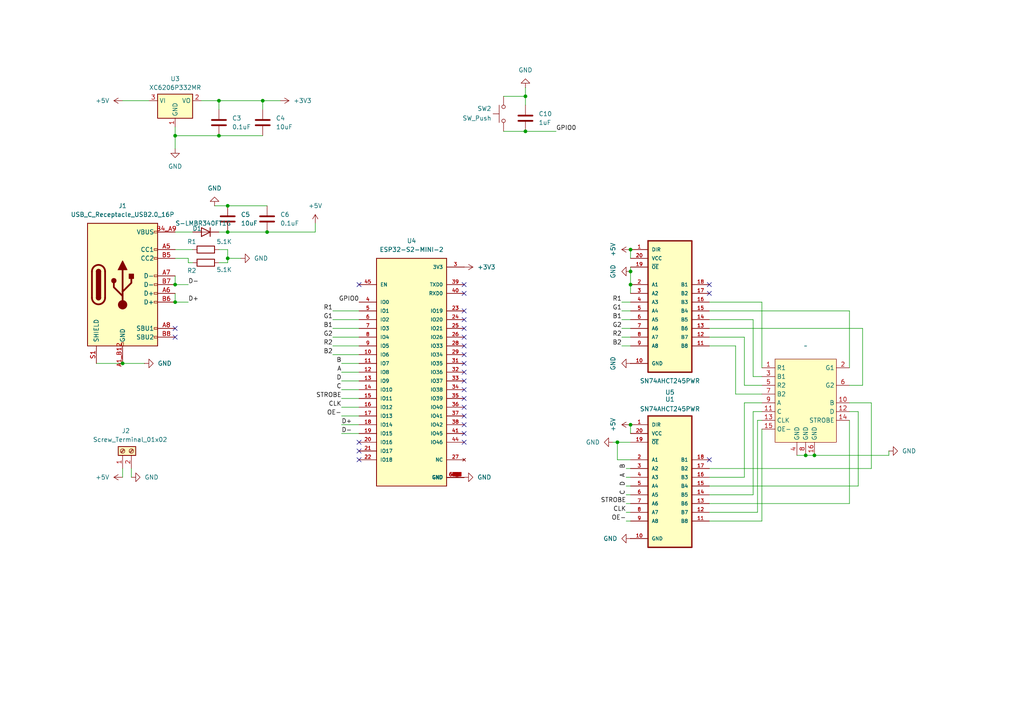
<source format=kicad_sch>
(kicad_sch (version 20241004) (generator "eeschema") (generator_version "8.99")
  (paper "A4")
  (lib_symbols
    (symbol "Connector:Screw_Terminal_01x02" (pin_names (offset 1.016) (hide yes))
      (property "Reference" "J" (at 0 2.54 0))
      (property "Value" "Screw_Terminal_01x02" (at 0 -5.08 0))
      (symbol "Screw_Terminal_01x02_1_1"
        (rectangle (start -1.27 1.27) (end 1.27 -3.81) (stroke (width 0.254)) (fill (type background)))
        (polyline (pts (xy -0.5334 0.3302) (xy 0.3302 -0.508)) (stroke (width 0.1524)))
        (polyline (pts (xy -0.5334 -2.2098) (xy 0.3302 -3.048)) (stroke (width 0.1524)))
        (polyline (pts (xy -0.3556 0.508) (xy 0.508 -0.3302)) (stroke (width 0.1524)))
        (polyline (pts (xy -0.3556 -2.032) (xy 0.508 -2.8702)) (stroke (width 0.1524)))
        (circle (center 0 0) (radius 0.635) (stroke (width 0.1524)))
        (circle (center 0 -2.54) (radius 0.635) (stroke (width 0.1524)))
        (pin passive line (at -5.08 0 0) (length 3.81) (name "Pin_1") (number "1"))
        (pin passive line (at -5.08 -2.54 0) (length 3.81) (name "Pin_2") (number "2"))
      )
    )
    (symbol "Connector:USB_C_Receptacle_USB2.0_16P" (pin_names (offset 1.016))
      (property "Reference" "J1" (at 0 22.86 0))
      (property "Value" "USB_C_Receptacle_USB2.0_16P" (at 0 20.32 0))
      (symbol "USB_C_Receptacle_USB2.0_16P_0_0"
        (rectangle (start -0.254 -17.78) (end 0.254 -16.764))
        (rectangle (start 10.16 15.494) (end 9.144 14.986))
        (rectangle (start 10.16 10.414) (end 9.144 9.906))
        (rectangle (start 10.16 7.874) (end 9.144 7.366))
        (rectangle (start 10.16 2.794) (end 9.144 2.286))
        (rectangle (start 10.16 0.254) (end 9.144 -0.254))
        (rectangle (start 10.16 -2.286) (end 9.144 -2.794))
        (rectangle (start 10.16 -4.826) (end 9.144 -5.334))
        (rectangle (start 10.16 -12.446) (end 9.144 -12.954))
        (rectangle (start 10.16 -14.986) (end 9.144 -15.494))
      )
      (symbol "USB_C_Receptacle_USB2.0_16P_0_1"
        (rectangle (start -10.16 17.78) (end 10.16 -17.78) (stroke (width 0.254)) (fill (type background)))
        (polyline (pts (xy -8.89 -3.81) (xy -8.89 3.81)) (stroke (width 0.508)))
        (rectangle (start -7.62 -3.81) (end -6.35 3.81) (stroke (width 0.254)) (fill (type outline)))
        (arc (start -7.62 3.81) (mid -6.985 4.4423) (end -6.35 3.81) (stroke (width 0.254)) (fill (type outline)))
        (arc (start -7.62 3.81) (mid -6.985 4.4423) (end -6.35 3.81) (stroke (width 0.254)))
        (arc (start -8.89 3.81) (mid -6.985 5.7067) (end -5.08 3.81) (stroke (width 0.508)))
        (arc (start -5.08 -3.81) (mid -6.985 -5.7067) (end -8.89 -3.81) (stroke (width 0.508)))
        (arc (start -6.35 -3.81) (mid -6.985 -4.4423) (end -7.62 -3.81) (stroke (width 0.254)) (fill (type outline)))
        (arc (start -6.35 -3.81) (mid -6.985 -4.4423) (end -7.62 -3.81) (stroke (width 0.254)))
        (polyline (pts (xy -5.08 3.81) (xy -5.08 -3.81)) (stroke (width 0.508)))
        (circle (center -2.54 1.143) (radius 0.635) (stroke (width 0.254)) (fill (type outline)))
        (polyline (pts (xy -1.27 4.318) (xy 0 6.858) (xy 1.27 4.318) (xy -1.27 4.318)) (stroke (width 0.254)) (fill (type outline)))
        (polyline (pts (xy 0 -2.032) (xy 2.54 0.508) (xy 2.54 1.778)) (stroke (width 0.508)))
        (polyline (pts (xy 0 -3.302) (xy -2.54 -0.762) (xy -2.54 0.508)) (stroke (width 0.508)))
        (polyline (pts (xy 0 -5.842) (xy 0 4.318)) (stroke (width 0.508)))
        (circle (center 0 -5.842) (radius 1.27) (fill (type outline)))
        (rectangle (start 1.905 1.778) (end 3.175 3.048) (stroke (width 0.254)) (fill (type outline)))
      )
      (symbol "USB_C_Receptacle_USB2.0_16P_1_1"
        (pin passive line (at -7.62 -22.86 90) (length 5.08) (name "SHIELD") (number "S1"))
        (pin passive line (at -7.62 -22.86 90) (length 5.08) (hide yes) (name "SHIELD") (number "S2"))
        (pin passive line (at -7.62 -22.86 90) (length 5.08) (hide yes) (name "SHIELD") (number "S3"))
        (pin passive line (at -7.62 -22.86 90) (length 5.08) (hide yes) (name "SHIELD") (number "S4"))
        (pin passive line (at 0 -22.86 90) (length 5.08) (name "GND") (number "A1_B12"))
        (pin passive line (at 0 -22.86 90) (length 5.08) (hide yes) (name "GND") (number "B1_A12"))
        (pin passive line (at 15.24 15.24 180) (length 5.08) (hide yes) (name "VBUS") (number "A4_B9"))
        (pin passive line (at 15.24 15.24 180) (length 5.08) (name "VBUS") (number "B4_A9"))
        (pin bidirectional line (at 15.24 10.16 180) (length 5.08) (name "CC1") (number "A5"))
        (pin bidirectional line (at 15.24 7.62 180) (length 5.08) (name "CC2") (number "B5"))
        (pin bidirectional line (at 15.24 2.54 180) (length 5.08) (name "D-") (number "A7"))
        (pin bidirectional line (at 15.24 0 180) (length 5.08) (name "D-") (number "B7"))
        (pin bidirectional line (at 15.24 -2.54 180) (length 5.08) (name "D+") (number "A6"))
        (pin bidirectional line (at 15.24 -5.08 180) (length 5.08) (name "D+") (number "B6"))
        (pin bidirectional line (at 15.24 -12.7 180) (length 5.08) (name "SBU1") (number "A8"))
        (pin bidirectional line (at 15.24 -15.24 180) (length 5.08) (name "SBU2") (number "B8"))
      )
    )
    (symbol "Device:C" (pin_numbers (hide yes)) (pin_names (offset 0.254))
      (property "Reference" "C" (at 0.635 2.54 0))
      (property "Value" "C" (at 0.635 -2.54 0))
      (symbol "C_0_1"
        (polyline (pts (xy -2.032 0.762) (xy 2.032 0.762)) (stroke (width 0.508)))
        (polyline (pts (xy -2.032 -0.762) (xy 2.032 -0.762)) (stroke (width 0.508)))
      )
      (symbol "C_1_1"
        (pin passive line (at 0 3.81 270) (length 2.794) (name "~") (number "1"))
        (pin passive line (at 0 -3.81 90) (length 2.794) (name "~") (number "2"))
      )
    )
    (symbol "Device:D" (pin_numbers (hide yes)) (pin_names (offset 1.016) (hide yes))
      (property "Reference" "D" (at 0 2.54 0))
      (property "Value" "D" (at 0 -2.54 0))
      (symbol "D_0_1"
        (polyline (pts (xy -1.27 1.27) (xy -1.27 -1.27)) (stroke (width 0.254)))
        (polyline (pts (xy 1.27 1.27) (xy 1.27 -1.27) (xy -1.27 0) (xy 1.27 1.27)) (stroke (width 0.254)))
        (polyline (pts (xy 1.27 0) (xy -1.27 0)))
      )
      (symbol "D_1_1"
        (pin passive line (at -3.81 0 0) (length 2.54) (name "K") (number "1"))
        (pin passive line (at 3.81 0 180) (length 2.54) (name "A") (number "2"))
      )
    )
    (symbol "Device:R" (pin_numbers (hide yes)) (pin_names (offset 0))
      (property "Reference" "R" (at 2.032 0 90))
      (property "Value" "R" (at 0 0 90))
      (symbol "R_0_1"
        (rectangle (start -1.016 -2.54) (end 1.016 2.54) (stroke (width 0.254)))
      )
      (symbol "R_1_1"
        (pin passive line (at 0 3.81 270) (length 1.27) (name "~") (number "1"))
        (pin passive line (at 0 -3.81 90) (length 1.27) (name "~") (number "2"))
      )
    )
    (symbol "ESP32-S2-MINI-2:ESP32-S2-MINI-2" (pin_names (offset 1.016))
      (property "Reference" "U" (at -10.16 33.909 0))
      (property "Value" "ESP32-S2-MINI-2" (at -10.16 -35.56 0))
      (symbol "ESP32-S2-MINI-2_0_0"
        (rectangle (start -10.16 -33.02) (end 10.16 33.02) (stroke (width 0.254)) (fill (type background)))
        (pin input line (at -15.24 25.4 0) (length 5.08) (name "EN") (number "45"))
        (pin bidirectional line (at -15.24 20.32 0) (length 5.08) (name "IO0") (number "4"))
        (pin bidirectional line (at -15.24 17.78 0) (length 5.08) (name "IO1") (number "5"))
        (pin bidirectional line (at -15.24 15.24 0) (length 5.08) (name "IO2") (number "6"))
        (pin bidirectional line (at -15.24 12.7 0) (length 5.08) (name "IO3") (number "7"))
        (pin bidirectional line (at -15.24 10.16 0) (length 5.08) (name "IO4") (number "8"))
        (pin bidirectional line (at -15.24 7.62 0) (length 5.08) (name "IO5") (number "9"))
        (pin bidirectional line (at -15.24 5.08 0) (length 5.08) (name "IO6") (number "10"))
        (pin bidirectional line (at -15.24 2.54 0) (length 5.08) (name "IO7") (number "11"))
        (pin bidirectional line (at -15.24 0 0) (length 5.08) (name "IO8") (number "12"))
        (pin bidirectional line (at -15.24 -2.54 0) (length 5.08) (name "IO9") (number "13"))
        (pin bidirectional line (at -15.24 -5.08 0) (length 5.08) (name "IO10") (number "14"))
        (pin bidirectional line (at -15.24 -7.62 0) (length 5.08) (name "IO11") (number "15"))
        (pin bidirectional line (at -15.24 -10.16 0) (length 5.08) (name "IO12") (number "16"))
        (pin bidirectional line (at -15.24 -12.7 0) (length 5.08) (name "IO13") (number "17"))
        (pin bidirectional line (at -15.24 -15.24 0) (length 5.08) (name "IO14") (number "18"))
        (pin bidirectional line (at -15.24 -17.78 0) (length 5.08) (name "IO15") (number "19"))
        (pin bidirectional line (at -15.24 -20.32 0) (length 5.08) (name "IO16") (number "20"))
        (pin bidirectional line (at -15.24 -22.86 0) (length 5.08) (name "IO17") (number "21"))
        (pin bidirectional line (at -15.24 -25.4 0) (length 5.08) (name "IO18") (number "22"))
        (pin power_in line (at 15.24 30.48 180) (length 5.08) (name "3V3") (number "3"))
        (pin bidirectional line (at 15.24 25.4 180) (length 5.08) (name "TXD0") (number "39"))
        (pin bidirectional line (at 15.24 22.86 180) (length 5.08) (name "RXD0") (number "40"))
        (pin bidirectional line (at 15.24 17.78 180) (length 5.08) (name "IO19") (number "23"))
        (pin bidirectional line (at 15.24 15.24 180) (length 5.08) (name "IO20") (number "24"))
        (pin bidirectional line (at 15.24 12.7 180) (length 5.08) (name "IO21") (number "25"))
        (pin bidirectional line (at 15.24 10.16 180) (length 5.08) (name "IO26") (number "26"))
        (pin bidirectional line (at 15.24 7.62 180) (length 5.08) (name "IO33") (number "28"))
        (pin bidirectional line (at 15.24 5.08 180) (length 5.08) (name "IO34") (number "29"))
        (pin bidirectional line (at 15.24 2.54 180) (length 5.08) (name "IO35") (number "31"))
        (pin bidirectional line (at 15.24 0 180) (length 5.08) (name "IO36") (number "32"))
        (pin bidirectional line (at 15.24 -2.54 180) (length 5.08) (name "IO37") (number "33"))
        (pin bidirectional line (at 15.24 -5.08 180) (length 5.08) (name "IO38") (number "34"))
        (pin bidirectional line (at 15.24 -7.62 180) (length 5.08) (name "IO39") (number "35"))
        (pin bidirectional line (at 15.24 -10.16 180) (length 5.08) (name "IO40") (number "36"))
        (pin bidirectional line (at 15.24 -12.7 180) (length 5.08) (name "IO41") (number "37"))
        (pin bidirectional line (at 15.24 -15.24 180) (length 5.08) (name "IO42") (number "38"))
        (pin bidirectional line (at 15.24 -17.78 180) (length 5.08) (name "IO45") (number "41"))
        (pin input line (at 15.24 -20.32 180) (length 5.08) (name "IO46") (number "44"))
        (pin no_connect line (at 15.24 -25.4 180) (length 5.08) (name "NC") (number "27"))
        (pin power_in line (at 15.24 -30.48 180) (length 5.08) (name "GND") (number "1"))
        (pin power_in line (at 15.24 -30.48 180) (length 5.08) (name "GND") (number "2"))
        (pin power_in line (at 15.24 -30.48 180) (length 5.08) (name "GND") (number "30"))
        (pin power_in line (at 15.24 -30.48 180) (length 5.08) (name "GND") (number "42"))
        (pin power_in line (at 15.24 -30.48 180) (length 5.08) (name "GND") (number "43"))
        (pin power_in line (at 15.24 -30.48 180) (length 5.08) (name "GND") (number "46"))
        (pin power_in line (at 15.24 -30.48 180) (length 5.08) (name "GND") (number "47"))
        (pin power_in line (at 15.24 -30.48 180) (length 5.08) (name "GND") (number "48"))
        (pin power_in line (at 15.24 -30.48 180) (length 5.08) (name "GND") (number "49"))
        (pin power_in line (at 15.24 -30.48 180) (length 5.08) (name "GND") (number "50"))
        (pin power_in line (at 15.24 -30.48 180) (length 5.08) (name "GND") (number "51"))
        (pin power_in line (at 15.24 -30.48 180) (length 5.08) (name "GND") (number "52"))
        (pin power_in line (at 15.24 -30.48 180) (length 5.08) (name "GND") (number "53"))
        (pin power_in line (at 15.24 -30.48 180) (length 5.08) (name "GND") (number "54"))
        (pin power_in line (at 15.24 -30.48 180) (length 5.08) (name "GND") (number "55"))
        (pin power_in line (at 15.24 -30.48 180) (length 5.08) (name "GND") (number "56"))
        (pin power_in line (at 15.24 -30.48 180) (length 5.08) (name "GND") (number "57"))
        (pin power_in line (at 15.24 -30.48 180) (length 5.08) (name "GND") (number "58"))
        (pin power_in line (at 15.24 -30.48 180) (length 5.08) (name "GND") (number "59"))
        (pin power_in line (at 15.24 -30.48 180) (length 5.08) (name "GND") (number "60"))
        (pin power_in line (at 15.24 -30.48 180) (length 5.08) (name "GND") (number "61"))
        (pin power_in line (at 15.24 -30.48 180) (length 5.08) (name "GND") (number "61_1"))
        (pin power_in line (at 15.24 -30.48 180) (length 5.08) (name "GND") (number "61_2"))
        (pin power_in line (at 15.24 -30.48 180) (length 5.08) (name "GND") (number "61_3"))
        (pin power_in line (at 15.24 -30.48 180) (length 5.08) (name "GND") (number "61_4"))
        (pin power_in line (at 15.24 -30.48 180) (length 5.08) (name "GND") (number "61_5"))
        (pin power_in line (at 15.24 -30.48 180) (length 5.08) (name "GND") (number "61_6"))
        (pin power_in line (at 15.24 -30.48 180) (length 5.08) (name "GND") (number "61_7"))
        (pin power_in line (at 15.24 -30.48 180) (length 5.08) (name "GND") (number "61_8"))
        (pin power_in line (at 15.24 -30.48 180) (length 5.08) (name "GND") (number "62"))
        (pin power_in line (at 15.24 -30.48 180) (length 5.08) (name "GND") (number "63"))
        (pin power_in line (at 15.24 -30.48 180) (length 5.08) (name "GND") (number "64"))
        (pin power_in line (at 15.24 -30.48 180) (length 5.08) (name "GND") (number "65"))
      )
    )
    (symbol "Regulator_Linear:AMS1117-3.3"
      (property "Reference" "U" (at -3.81 3.175 0))
      (property "Value" "AMS1117-3.3" (at 0 3.175 0))
      (symbol "AMS1117-3.3_0_1"
        (rectangle (start -5.08 -5.08) (end 5.08 1.905) (stroke (width 0.254)) (fill (type background)))
      )
      (symbol "AMS1117-3.3_1_1"
        (pin power_in line (at -7.62 0 0) (length 2.54) (name "VI") (number "3"))
        (pin power_in line (at 0 -7.62 90) (length 2.54) (name "GND") (number "1"))
        (pin power_out line (at 7.62 0 180) (length 2.54) (name "VO") (number "2"))
      )
    )
    (symbol "SN74AHCT245PWR_1" (pin_names (offset 1.016))
      (property "Reference" "U" (at -0.508 21.336 0))
      (property "Value" "SN74AHCT245PWR" (at -6.604 -21.082 0))
      (symbol "SN74AHCT245PWR_1_0_0"
        (rectangle (start -6.35 20.32) (end 6.35 -17.78) (stroke (width 0.41)) (fill (type background)))
        (pin input line (at -11.43 17.78 0) (length 5.08) (name "DIR") (number "1"))
        (pin power_in line (at -11.43 15.24 0) (length 5.08) (name "VCC") (number "20"))
        (pin input line (at -11.43 12.7 0) (length 5.08) (name "~{OE}") (number "19"))
        (pin bidirectional line (at -11.43 7.62 0) (length 5.08) (name "A1") (number "2"))
        (pin bidirectional line (at -11.43 5.08 0) (length 5.08) (name "A2") (number "3"))
        (pin bidirectional line (at -11.43 2.54 0) (length 5.08) (name "A3") (number "4"))
        (pin bidirectional line (at -11.43 0 0) (length 5.08) (name "A4") (number "5"))
        (pin bidirectional line (at -11.43 -2.54 0) (length 5.08) (name "A5") (number "6"))
        (pin bidirectional line (at -11.43 -5.08 0) (length 5.08) (name "A6") (number "7"))
        (pin bidirectional line (at -11.43 -7.62 0) (length 5.08) (name "A7") (number "8"))
        (pin bidirectional line (at -11.43 -10.16 0) (length 5.08) (name "A8") (number "9"))
        (pin power_in line (at -11.43 -15.24 0) (length 5.08) (name "GND") (number "10"))
        (pin bidirectional line (at 11.43 7.62 180) (length 5.08) (name "B1") (number "18"))
        (pin bidirectional line (at 11.43 5.08 180) (length 5.08) (name "B2") (number "17"))
        (pin bidirectional line (at 11.43 2.54 180) (length 5.08) (name "B3") (number "16"))
        (pin bidirectional line (at 11.43 0 180) (length 5.08) (name "B4") (number "15"))
        (pin bidirectional line (at 11.43 -2.54 180) (length 5.08) (name "B5") (number "14"))
        (pin bidirectional line (at 11.43 -5.08 180) (length 5.08) (name "B6") (number "13"))
        (pin bidirectional line (at 11.43 -7.62 180) (length 5.08) (name "B7") (number "12"))
        (pin bidirectional line (at 11.43 -10.16 180) (length 5.08) (name "B8") (number "11"))
      )
    )
    (symbol "Switch:SW_Push" (pin_numbers (hide yes)) (pin_names (offset 1.016) (hide yes))
      (property "Reference" "SW" (at 1.27 2.54 0))
      (property "Value" "SW_Push" (at 0 -1.524 0))
      (symbol "SW_Push_0_1"
        (circle (center -2.032 0) (radius 0.508))
        (polyline (pts (xy 0 1.27) (xy 0 3.048)))
        (circle (center 2.032 0) (radius 0.508))
        (polyline (pts (xy 2.54 1.27) (xy -2.54 1.27)))
        (pin passive line (at -5.08 0 0) (length 2.54) (name "1") (number "1"))
        (pin passive line (at 5.08 0 180) (length 2.54) (name "2") (number "2"))
      )
    )
    (symbol "hack_matrix.kicad_prl:HUB75_Matrix"
      (property "Reference" "U" (at 0 0 0))
      (symbol "HUB75_Matrix_1_1"
        (rectangle (start -8.89 -1.27) (end 8.89 -25.4) (fill (type background)))
        (pin input line (at -12.7 -3.81 0) (length 3.81) (name "R1") (number "1"))
        (pin input line (at -12.7 -6.35 0) (length 3.81) (name "B1") (number "3"))
        (pin input line (at -12.7 -8.89 0) (length 3.81) (name "R2") (number "5"))
        (pin input line (at -12.7 -11.43 0) (length 3.81) (name "B2") (number "7"))
        (pin input line (at -12.7 -13.97 0) (length 3.81) (name "A") (number "9"))
        (pin input line (at -12.7 -16.51 0) (length 3.81) (name "C") (number "11"))
        (pin input line (at -12.7 -19.05 0) (length 3.81) (name "CLK") (number "13"))
        (pin input line (at -12.7 -21.59 0) (length 3.81) (name "OE-") (number "15"))
        (pin passive line (at -2.54 -29.21 90) (length 3.81) (name "GND") (number "4"))
        (pin passive line (at 0 -29.21 90) (length 3.81) (name "GND") (number "8"))
        (pin passive line (at 2.54 -29.21 90) (length 3.81) (name "GND") (number "16"))
        (pin input line (at 12.7 -3.81 180) (length 3.81) (name "G1") (number "2"))
        (pin input line (at 12.7 -8.89 180) (length 3.81) (name "G2") (number "6"))
        (pin input line (at 12.7 -13.97 180) (length 3.81) (name "B") (number "10"))
        (pin input line (at 12.7 -16.51 180) (length 3.81) (name "D") (number "12"))
        (pin input line (at 12.7 -19.05 180) (length 3.81) (name "STROBE") (number "14"))
      )
    )
    (symbol "hack_matrix.kicad_prl:SN74AHCT245PWR" (pin_names (offset 1.016))
      (property "Reference" "U" (at -0.508 21.336 0))
      (property "Value" "SN74AHCT245PWR" (at -6.604 -21.082 0))
      (symbol "SN74AHCT245PWR_0_0"
        (rectangle (start -6.35 20.32) (end 6.35 -17.78) (stroke (width 0.41)) (fill (type background)))
        (pin input line (at -11.43 17.78 0) (length 5.08) (name "DIR") (number "1"))
        (pin power_in line (at -11.43 15.24 0) (length 5.08) (name "VCC") (number "20"))
        (pin input line (at -11.43 12.7 0) (length 5.08) (name "~{OE}") (number "19"))
        (pin bidirectional line (at -11.43 7.62 0) (length 5.08) (name "A1") (number "2"))
        (pin bidirectional line (at -11.43 5.08 0) (length 5.08) (name "A2") (number "3"))
        (pin bidirectional line (at -11.43 2.54 0) (length 5.08) (name "A3") (number "4"))
        (pin bidirectional line (at -11.43 0 0) (length 5.08) (name "A4") (number "5"))
        (pin bidirectional line (at -11.43 -2.54 0) (length 5.08) (name "A5") (number "6"))
        (pin bidirectional line (at -11.43 -5.08 0) (length 5.08) (name "A6") (number "7"))
        (pin bidirectional line (at -11.43 -7.62 0) (length 5.08) (name "A7") (number "8"))
        (pin bidirectional line (at -11.43 -10.16 0) (length 5.08) (name "A8") (number "9"))
        (pin power_in line (at -11.43 -15.24 0) (length 5.08) (name "GND") (number "10"))
        (pin bidirectional line (at 11.43 7.62 180) (length 5.08) (name "B1") (number "18"))
        (pin bidirectional line (at 11.43 5.08 180) (length 5.08) (name "B2") (number "17"))
        (pin bidirectional line (at 11.43 2.54 180) (length 5.08) (name "B3") (number "16"))
        (pin bidirectional line (at 11.43 0 180) (length 5.08) (name "B4") (number "15"))
        (pin bidirectional line (at 11.43 -2.54 180) (length 5.08) (name "B5") (number "14"))
        (pin bidirectional line (at 11.43 -5.08 180) (length 5.08) (name "B6") (number "13"))
        (pin bidirectional line (at 11.43 -7.62 180) (length 5.08) (name "B7") (number "12"))
        (pin bidirectional line (at 11.43 -10.16 180) (length 5.08) (name "B8") (number "11"))
      )
    )
    (symbol "power:+3V3" (power) (pin_numbers (hide yes)) (pin_names (offset 0) (hide yes))
      (property "Value" "+3V3" (at 0 3.556 0))
      (symbol "+3V3_0_1"
        (polyline (pts (xy -0.762 1.27) (xy 0 2.54)))
        (polyline (pts (xy 0 2.54) (xy 0.762 1.27)))
        (polyline (pts (xy 0 0) (xy 0 2.54)))
      )
      (symbol "+3V3_1_1"
        (pin power_in line (at 0 0 90) (length 0) (name "~") (number "1"))
      )
    )
    (symbol "power:+5V" (power) (pin_numbers (hide yes)) (pin_names (offset 0) (hide yes))
      (property "Value" "+5V" (at 0 3.556 0))
      (symbol "+5V_0_1"
        (polyline (pts (xy -0.762 1.27) (xy 0 2.54)))
        (polyline (pts (xy 0 2.54) (xy 0.762 1.27)))
        (polyline (pts (xy 0 0) (xy 0 2.54)))
      )
      (symbol "+5V_1_1"
        (pin power_in line (at 0 0 90) (length 0) (name "~") (number "1"))
      )
    )
    (symbol "power:GND" (power) (pin_numbers (hide yes)) (pin_names (offset 0) (hide yes))
      (property "Value" "GND" (at 0 -3.81 0))
      (symbol "GND_0_1"
        (polyline (pts (xy 0 0) (xy 0 -1.27) (xy 1.27 -1.27) (xy 0 -2.54) (xy -1.27 -1.27) (xy 0 -1.27)))
      )
      (symbol "GND_1_1"
        (pin power_in line (at 0 0 270) (length 0) (name "~") (number "1"))
      )
    )
  )
  (junction (at 182.88 123.19))
  (junction (at 152.4 27.94))
  (junction (at 233.68 132.08))
  (junction (at 77.47 67.31))
  (junction (at 66.04 67.31))
  (junction (at 182.88 82.55))
  (junction (at 50.8 39.37))
  (junction (at 152.4 38.1))
  (junction (at 50.8 87.63))
  (junction (at 50.8 82.55))
  (junction (at 66.04 59.69))
  (junction (at 35.56 105.41))
  (junction (at 63.5 39.37))
  (junction (at 236.22 132.08))
  (junction (at 182.88 72.39))
  (junction (at 179.07 128.27))
  (junction (at 66.04 74.93))
  (junction (at 182.88 78.74))
  (junction (at 76.2 29.21))
  (junction (at 63.5 29.21))
  (no_connect (at 50.8 97.79))
  (no_connect (at 134.62 120.65))
  (no_connect (at 134.62 123.19))
  (no_connect (at 134.62 125.73))
  (no_connect (at 104.14 130.81))
  (no_connect (at 134.62 107.95))
  (no_connect (at 134.62 92.71))
  (no_connect (at 104.14 128.27))
  (no_connect (at 134.62 115.57))
  (no_connect (at 134.62 97.79))
  (no_connect (at 50.8 95.25))
  (no_connect (at 134.62 90.17))
  (no_connect (at 134.62 95.25))
  (no_connect (at 104.14 133.35))
  (no_connect (at 205.74 85.09))
  (no_connect (at 134.62 82.55))
  (no_connect (at 134.62 85.09))
  (no_connect (at 205.74 82.55))
  (no_connect (at 205.74 133.35))
  (no_connect (at 134.62 110.49))
  (no_connect (at 134.62 128.27))
  (no_connect (at 134.62 100.33))
  (no_connect (at 134.62 118.11))
  (no_connect (at 104.14 82.55))
  (no_connect (at 134.62 113.03))
  (no_connect (at 134.62 105.41))
  (no_connect (at 134.62 102.87))
  (wire (pts (xy 66.04 76.2) (xy 66.04 74.93)))
  (wire (pts (xy 180.34 100.33) (xy 182.88 100.33)))
  (wire (pts (xy 96.52 92.71) (xy 104.14 92.71)))
  (wire (pts (xy 205.74 138.43) (xy 215.9 138.43)))
  (wire (pts (xy 77.47 67.31) (xy 91.44 67.31)))
  (wire (pts (xy 91.44 64.77) (xy 91.44 67.31)))
  (wire (pts (xy 257.81 132.08) (xy 257.81 130.81)))
  (wire (pts (xy 27.94 105.41) (xy 35.56 105.41)))
  (wire (pts (xy 99.06 113.03) (xy 104.14 113.03)))
  (wire (pts (xy 99.06 107.95) (xy 104.14 107.95)))
  (wire (pts (xy 236.22 132.08) (xy 257.81 132.08)))
  (wire (pts (xy 54.61 74.93) (xy 50.8 74.93)))
  (wire (pts (xy 215.9 111.76) (xy 220.98 111.76)))
  (wire (pts (xy 50.8 36.83) (xy 50.8 39.37)))
  (wire (pts (xy 180.34 97.79) (xy 182.88 97.79)))
  (wire (pts (xy 218.44 109.22) (xy 220.98 109.22)))
  (wire (pts (xy 177.8 128.27) (xy 179.07 128.27)))
  (wire (pts (xy 181.61 146.05) (xy 182.88 146.05)))
  (wire (pts (xy 246.38 146.05) (xy 246.38 121.92)))
  (wire (pts (xy 146.05 38.1) (xy 152.4 38.1)))
  (wire (pts (xy 213.36 100.33) (xy 213.36 114.3)))
  (wire (pts (xy 205.74 135.89) (xy 252.73 135.89)))
  (wire (pts (xy 54.61 76.2) (xy 54.61 74.93)))
  (wire (pts (xy 220.98 151.13) (xy 220.98 124.46)))
  (wire (pts (xy 99.06 115.57) (xy 104.14 115.57)))
  (wire (pts (xy 96.52 95.25) (xy 104.14 95.25)))
  (wire (pts (xy 63.5 76.2) (xy 66.04 76.2)))
  (wire (pts (xy 231.14 132.08) (xy 233.68 132.08)))
  (wire (pts (xy 233.68 132.08) (xy 236.22 132.08)))
  (wire (pts (xy 50.8 80.01) (xy 50.8 82.55)))
  (wire (pts (xy 248.92 140.97) (xy 248.92 119.38)))
  (wire (pts (xy 99.06 110.49) (xy 104.14 110.49)))
  (wire (pts (xy 218.44 143.51) (xy 218.44 119.38)))
  (wire (pts (xy 246.38 90.17) (xy 246.38 106.68)))
  (wire (pts (xy 205.74 146.05) (xy 246.38 146.05)))
  (wire (pts (xy 215.9 116.84) (xy 220.98 116.84)))
  (wire (pts (xy 152.4 38.1) (xy 161.29 38.1)))
  (wire (pts (xy 218.44 119.38) (xy 220.98 119.38)))
  (wire (pts (xy 182.88 74.93) (xy 182.88 72.39)))
  (wire (pts (xy 181.61 135.89) (xy 182.88 135.89)))
  (wire (pts (xy 215.9 97.79) (xy 215.9 111.76)))
  (wire (pts (xy 99.06 105.41) (xy 104.14 105.41)))
  (wire (pts (xy 62.23 59.69) (xy 66.04 59.69)))
  (wire (pts (xy 180.34 87.63) (xy 182.88 87.63)))
  (wire (pts (xy 35.56 135.89) (xy 35.56 138.43)))
  (wire (pts (xy 54.61 76.2) (xy 55.88 76.2)))
  (wire (pts (xy 96.52 100.33) (xy 104.14 100.33)))
  (wire (pts (xy 213.36 114.3) (xy 220.98 114.3)))
  (wire (pts (xy 220.98 87.63) (xy 220.98 106.68)))
  (wire (pts (xy 181.61 140.97) (xy 182.88 140.97)))
  (wire (pts (xy 205.74 140.97) (xy 248.92 140.97)))
  (wire (pts (xy 205.74 87.63) (xy 220.98 87.63)))
  (wire (pts (xy 182.88 82.55) (xy 182.88 85.09)))
  (wire (pts (xy 63.5 67.31) (xy 66.04 67.31)))
  (wire (pts (xy 205.74 92.71) (xy 218.44 92.71)))
  (wire (pts (xy 182.88 125.73) (xy 182.88 123.19)))
  (wire (pts (xy 50.8 43.18) (xy 50.8 39.37)))
  (wire (pts (xy 96.52 97.79) (xy 104.14 97.79)))
  (wire (pts (xy 50.8 67.31) (xy 55.88 67.31)))
  (wire (pts (xy 181.61 148.59) (xy 182.88 148.59)))
  (wire (pts (xy 219.71 121.92) (xy 220.98 121.92)))
  (wire (pts (xy 63.5 29.21) (xy 63.5 31.75)))
  (wire (pts (xy 63.5 29.21) (xy 76.2 29.21)))
  (wire (pts (xy 96.52 90.17) (xy 104.14 90.17)))
  (wire (pts (xy 180.34 95.25) (xy 182.88 95.25)))
  (wire (pts (xy 50.8 72.39) (xy 55.88 72.39)))
  (wire (pts (xy 248.92 119.38) (xy 246.38 119.38)))
  (wire (pts (xy 205.74 148.59) (xy 219.71 148.59)))
  (wire (pts (xy 66.04 74.93) (xy 69.85 74.93)))
  (wire (pts (xy 215.9 138.43) (xy 215.9 116.84)))
  (wire (pts (xy 181.61 151.13) (xy 182.88 151.13)))
  (wire (pts (xy 99.06 123.19) (xy 104.14 123.19)))
  (wire (pts (xy 76.2 29.21) (xy 76.2 31.75)))
  (wire (pts (xy 99.06 118.11) (xy 104.14 118.11)))
  (wire (pts (xy 99.06 125.73) (xy 104.14 125.73)))
  (wire (pts (xy 205.74 97.79) (xy 215.9 97.79)))
  (wire (pts (xy 182.88 78.74) (xy 182.88 82.55)))
  (wire (pts (xy 205.74 143.51) (xy 218.44 143.51)))
  (wire (pts (xy 35.56 105.41) (xy 41.91 105.41)))
  (wire (pts (xy 179.07 133.35) (xy 179.07 128.27)))
  (wire (pts (xy 96.52 102.87) (xy 104.14 102.87)))
  (wire (pts (xy 152.4 27.94) (xy 146.05 27.94)))
  (wire (pts (xy 205.74 151.13) (xy 220.98 151.13)))
  (wire (pts (xy 152.4 25.4) (xy 152.4 27.94)))
  (wire (pts (xy 252.73 135.89) (xy 252.73 116.84)))
  (wire (pts (xy 181.61 143.51) (xy 182.88 143.51)))
  (wire (pts (xy 252.73 116.84) (xy 246.38 116.84)))
  (wire (pts (xy 66.04 59.69) (xy 77.47 59.69)))
  (wire (pts (xy 205.74 100.33) (xy 213.36 100.33)))
  (wire (pts (xy 81.28 29.21) (xy 76.2 29.21)))
  (wire (pts (xy 43.18 29.21) (xy 35.56 29.21)))
  (wire (pts (xy 66.04 72.39) (xy 66.04 74.93)))
  (wire (pts (xy 182.88 133.35) (xy 179.07 133.35)))
  (wire (pts (xy 180.34 90.17) (xy 182.88 90.17)))
  (wire (pts (xy 179.07 128.27) (xy 182.88 128.27)))
  (wire (pts (xy 38.1 135.89) (xy 38.1 138.43)))
  (wire (pts (xy 250.19 95.25) (xy 250.19 111.76)))
  (wire (pts (xy 180.34 92.71) (xy 182.88 92.71)))
  (wire (pts (xy 218.44 92.71) (xy 218.44 109.22)))
  (wire (pts (xy 182.88 77.47) (xy 182.88 78.74)))
  (wire (pts (xy 50.8 82.55) (xy 54.61 82.55)))
  (wire (pts (xy 63.5 72.39) (xy 66.04 72.39)))
  (wire (pts (xy 205.74 95.25) (xy 250.19 95.25)))
  (wire (pts (xy 99.06 120.65) (xy 104.14 120.65)))
  (wire (pts (xy 50.8 85.09) (xy 50.8 87.63)))
  (wire (pts (xy 205.74 90.17) (xy 246.38 90.17)))
  (wire (pts (xy 250.19 111.76) (xy 246.38 111.76)))
  (wire (pts (xy 152.4 30.48) (xy 152.4 27.94)))
  (wire (pts (xy 63.5 39.37) (xy 76.2 39.37)))
  (wire (pts (xy 50.8 87.63) (xy 54.61 87.63)))
  (wire (pts (xy 181.61 138.43) (xy 182.88 138.43)))
  (wire (pts (xy 219.71 148.59) (xy 219.71 121.92)))
  (wire (pts (xy 63.5 29.21) (xy 58.42 29.21)))
  (wire (pts (xy 50.8 39.37) (xy 63.5 39.37)))
  (wire (pts (xy 66.04 67.31) (xy 77.47 67.31)))
  (label "STROBE" (at 181.61 146.05 180))
  (label "G1" (at 180.34 90.17 180))
  (label "B" (at 99.06 105.41 180))
  (label "G1" (at 96.52 92.71 180))
  (label "C" (at 181.61 143.51 90))
  (label "B" (at 181.61 135.89 90))
  (label "A" (at 99.06 107.95 180))
  (label "A" (at 181.61 138.43 90))
  (label "GPIO0" (at 161.29 38.1 0))
  (label "D" (at 181.61 140.97 90))
  (label "GPIO0" (at 104.14 87.63 180))
  (label "B1" (at 96.52 95.25 180))
  (label "D+" (at 99.06 123.19 0))
  (label "D" (at 99.06 110.49 180))
  (label "G2" (at 96.52 97.79 180))
  (label "D-" (at 54.61 82.55 0))
  (label "OE-" (at 99.06 120.65 180))
  (label "STROBE" (at 99.06 115.57 180))
  (label "D-" (at 99.06 125.73 0))
  (label "C" (at 99.06 113.03 180))
  (label "R1" (at 96.52 90.17 180))
  (label "OE-" (at 181.61 151.13 180))
  (label "B2" (at 96.52 102.87 180))
  (label "D+" (at 54.61 87.63 0))
  (label "CLK" (at 181.61 148.59 180))
  (label "B2" (at 180.34 100.33 180))
  (label "R1" (at 180.34 87.63 180))
  (label "B1" (at 180.34 92.71 180))
  (label "G2" (at 180.34 95.25 180))
  (label "R2" (at 96.52 100.33 180))
  (label "R2" (at 180.34 97.79 180))
  (label "CLK" (at 99.06 118.11 180))
  (symbol (lib_id "power:+5V") (at 35.56 29.21 90) (unit 1)
    (property "Reference" "#PWR05" (effects (hide yes)))
    (property "Value" "+5V" (at 31.75 29.2099 90) (effects (justify left)))
    (property "Description" "Power symbol creates a global label with name \"+5V\"" (effects (hide yes)))
  )
  (symbol (lib_id "hack_matrix.kicad_prl:SN74AHCT245PWR") (at 194.31 140.97 0) (unit 1)
    (property "Reference" "U1" (at 194.31 115.824 0))
    (property "Value" "SN74AHCT245PWR" (at 194.31 118.618 0))
    (property "Footprint" "SOP65P640X120-20N:SOP65P640X120-20N" (effects (hide yes)))
    (property "MF" "Texas Instruments" (effects (hide yes)))
    (property "Description_1" "\n                        \n                            Octal bus transceivers with tri-state outputs\n                        \n" (effects (hide yes)))
    (property "Package" "TSSOP-20 Texas Instruments" (effects (hide yes)))
    (property "Price" "None" (effects (hide yes)))
    (property "SnapEDA_Link" "https://www.snapeda.com/parts/SN74AHCT245PWR/Texas+Instruments/view-part/?ref=snap" (effects (hide yes)))
    (property "MP" "SN74AHCT245PWR" (effects (hide yes)))
    (property "Availability" "In Stock" (effects (hide yes)))
    (property "Check_prices" "https://www.snapeda.com/parts/SN74AHCT245PWR/Texas+Instruments/view-part/?ref=eda" (effects (hide yes)))
    (property "LCSC" "C6779" (effects (hide yes)))
  )
  (symbol (lib_name "SN74AHCT245PWR_1") (lib_id "hack_matrix.kicad_prl:SN74AHCT245PWR") (at 194.31 90.17 0) (unit 1)
    (property "Reference" "U5" (at 194.31 113.792 0))
    (property "Value" "SN74AHCT245PWR" (at 194.31 110.49 0))
    (property "Footprint" "SOP65P640X120-20N:SOP65P640X120-20N" (effects (hide yes)))
    (property "MF" "Texas Instruments" (effects (hide yes)))
    (property "Description_1" "\n                        \n                            Octal bus transceivers with tri-state outputs\n                        \n" (effects (hide yes)))
    (property "Package" "TSSOP-20 Texas Instruments" (effects (hide yes)))
    (property "Price" "None" (effects (hide yes)))
    (property "SnapEDA_Link" "https://www.snapeda.com/parts/SN74AHCT245PWR/Texas+Instruments/view-part/?ref=snap" (effects (hide yes)))
    (property "MP" "SN74AHCT245PWR" (effects (hide yes)))
    (property "Availability" "In Stock" (effects (hide yes)))
    (property "Check_prices" "https://www.snapeda.com/parts/SN74AHCT245PWR/Texas+Instruments/view-part/?ref=eda" (effects (hide yes)))
    (property "LCSC" "C6779" (effects (hide yes)))
  )
  (symbol (lib_id "Device:R") (at 59.69 76.2 90) (unit 1)
    (property "Reference" "R2" (at 55.626 78.486 90))
    (property "Value" "5.1K" (at 65.024 78.232 90))
    (property "Footprint" "Resistor_SMD:R_0402_1005Metric" (effects (hide yes)))
    (property "Description" "Resistor" (effects (hide yes)))
    (property "LCSC" "C25905" (effects (hide yes)))
  )
  (symbol (lib_id "power:GND") (at 134.62 138.43 90) (unit 1)
    (property "Reference" "#PWR016" (effects (hide yes)))
    (property "Value" "GND" (at 138.43 138.4299 90) (effects (justify right)))
    (property "Description" "Power symbol creates a global label with name \"GND\" , ground" (effects (hide yes)))
  )
  (symbol (lib_id "hack_matrix.kicad_prl:HUB75_Matrix") (at 233.68 102.87 0) (unit 1)
    (property "Reference" "U2" (effects (hide yes)))
    (property "Value" "~" (at 233.68 100.33 0))
    (property "Footprint" "Connector_PinSocket_2.54mm:PinSocket_2x08_P2.54mm_Vertical" (effects (hide yes)))
    (property "LCSC" "C30734" (effects (hide yes)))
  )
  (symbol (lib_id "power:GND") (at 177.8 128.27 270) (unit 1)
    (property "Reference" "#PWR021" (effects (hide yes)))
    (property "Value" "GND" (at 173.99 128.2699 90) (effects (justify right)))
    (property "Description" "Power symbol creates a global label with name \"GND\" , ground" (effects (hide yes)))
  )
  (symbol (lib_id "power:GND") (at 182.88 78.74 270) (unit 1)
    (property "Reference" "#PWR018" (effects (hide yes)))
    (property "Value" "GND" (at 177.8 78.74 0))
    (property "Description" "Power symbol creates a global label with name \"GND\" , ground" (effects (hide yes)))
  )
  (symbol (lib_id "Connector:USB_C_Receptacle_USB2.0_16P") (at 35.56 82.55 0) (unit 1)
    (property "Reference" "J1" (at 35.56 59.69 0))
    (property "Value" "USB_C_Receptacle_USB2.0_16P" (at 35.56 62.23 0))
    (property "Footprint" "HRO_TYPE-C-31-M-12:HRO_TYPE-C-31-M-12" (effects (hide yes)))
    (property "Datasheet" "https://www.usb.org/sites/default/files/documents/usb_type-c.zip" (effects (hide yes)))
    (property "Description" "USB 2.0-only 16P Type-C Receptacle connector" (effects (hide yes)))
    (property "LCSC" "C165948" (effects (hide yes)))
  )
  (symbol (lib_id "Device:C") (at 152.4 34.29 0) (unit 1)
    (property "Reference" "C10" (at 156.21 33.0199 0) (effects (justify left)))
    (property "Value" "1uF" (at 156.21 35.5599 0) (effects (justify left)))
    (property "Footprint" "Capacitor_SMD:C_0402_1005Metric" (effects (hide yes)))
    (property "Description" "Unpolarized capacitor" (effects (hide yes)))
    (property "LCSC" "C14445" (effects (hide yes)))
  )
  (symbol (lib_id "power:+5V") (at 182.88 123.19 90) (unit 1)
    (property "Reference" "#PWR08" (effects (hide yes)))
    (property "Value" "+5V" (at 177.8 123.19 0))
    (property "Description" "Power symbol creates a global label with name \"+5V\"" (effects (hide yes)))
  )
  (symbol (lib_id "power:GND") (at 257.81 130.81 90) (unit 1)
    (property "Reference" "#PWR010" (effects (hide yes)))
    (property "Value" "GND" (at 261.62 130.8099 90) (effects (justify right)))
    (property "Description" "Power symbol creates a global label with name \"GND\" , ground" (effects (hide yes)))
  )
  (symbol (lib_id "Device:C") (at 76.2 35.56 0) (unit 1)
    (property "Reference" "C4" (at 80.01 34.2899 0) (effects (justify left)))
    (property "Value" "10uF" (at 80.01 36.8299 0) (effects (justify left)))
    (property "Footprint" "Capacitor_SMD:C_0402_1005Metric" (effects (hide yes)))
    (property "Description" "Unpolarized capacitor" (effects (hide yes)))
    (property "LCSC" "C15525" (effects (hide yes)))
  )
  (symbol (lib_id "power:+3V3") (at 81.28 29.21 270) (unit 1)
    (property "Reference" "#PWR06" (effects (hide yes)))
    (property "Value" "+3V3" (at 85.09 29.2099 90) (effects (justify left)))
    (property "Description" "Power symbol creates a global label with name \"+3V3\"" (effects (hide yes)))
  )
  (symbol (lib_id "Switch:SW_Push") (at 146.05 33.02 90) (unit 1)
    (property "Reference" "SW2" (at 138.43 31.496 90) (effects (justify right)))
    (property "Value" "SW_Push" (at 134.112 34.29 90) (effects (justify right)))
    (property "Footprint" "TS-1088-AR02016:SW_TS-1088-AR02016" (effects (hide yes)))
    (property "Description" "Push button switch, generic, two pins" (effects (hide yes)))
    (property "LCSC" "C720477 " (effects (hide yes)))
  )
  (symbol (lib_id "power:GND") (at 50.8 43.18 0) (unit 1)
    (property "Reference" "#PWR03" (effects (hide yes)))
    (property "Value" "GND" (at 50.8 48.26 0))
    (property "Description" "Power symbol creates a global label with name \"GND\" , ground" (effects (hide yes)))
  )
  (symbol (lib_id "power:GND") (at 182.88 105.41 270) (unit 1)
    (property "Reference" "#PWR020" (effects (hide yes)))
    (property "Value" "GND" (at 177.8 105.41 0))
    (property "Description" "Power symbol creates a global label with name \"GND\" , ground" (effects (hide yes)))
  )
  (symbol (lib_id "ESP32-S2-MINI-2:ESP32-S2-MINI-2") (at 119.38 107.95 0) (unit 1)
    (property "Reference" "U4" (at 119.38 69.85 0))
    (property "Value" "ESP32-S2-MINI-2" (at 119.38 72.39 0))
    (property "Footprint" "ESP32-S2-MINI-2:XCVR_ESP32-S2-MINI-2" (effects (hide yes)))
    (property "MF" "Espressif Systems" (effects (hide yes)))
    (property "MAXIMUM_PACKAGE_HEIGHT" "2.55mm" (effects (hide yes)))
    (property "Package" "NON STANDARD-65 Espressif Systems" (effects (hide yes)))
    (property "Price" "None" (effects (hide yes)))
    (property "Check_prices" "https://www.snapeda.com/parts/ESP32-S2-MINI1/Espressif+Systems/view-part/?ref=eda" (effects (hide yes)))
    (property "STANDARD" "Manufacturer Recommendations" (effects (hide yes)))
    (property "PARTREV" "1.0" (effects (hide yes)))
    (property "SnapEDA_Link" "https://www.snapeda.com/parts/ESP32-S2-MINI1/Espressif+Systems/view-part/?ref=snap" (effects (hide yes)))
    (property "MP" "ESP32-S2-MINI1" (effects (hide yes)))
    (property "Description_1" "\n                        \n                            WiFi 802.11b/g/n Transceiver Module 2.412GHz ~ 2.484GHz Antenna Not Included Surface Mount\n                        \n" (effects (hide yes)))
    (property "Availability" "Not in stock" (effects (hide yes)))
    (property "MANUFACTURER" "Espressif Systems" (effects (hide yes)))
    (property "LCSC" "C3013908" (effects (hide yes)))
  )
  (symbol (lib_id "power:+5V") (at 91.44 64.77 0) (unit 1)
    (property "Reference" "#PWR04" (effects (hide yes)))
    (property "Value" "+5V" (at 91.44 59.69 0))
    (property "Description" "Power symbol creates a global label with name \"+5V\"" (effects (hide yes)))
  )
  (symbol (lib_id "power:GND") (at 38.1 138.43 90) (unit 1)
    (property "Reference" "#PWR013" (effects (hide yes)))
    (property "Value" "GND" (at 41.91 138.4299 90) (effects (justify right)))
    (property "Description" "Power symbol creates a global label with name \"GND\" , ground" (effects (hide yes)))
  )
  (symbol (lib_id "Device:C") (at 77.47 63.5 0) (unit 1)
    (property "Reference" "C6" (at 81.28 62.2299 0) (effects (justify left)))
    (property "Value" "0.1uF" (at 81.28 64.7699 0) (effects (justify left)))
    (property "Footprint" "Capacitor_SMD:C_0402_1005Metric" (effects (hide yes)))
    (property "Description" "Unpolarized capacitor" (effects (hide yes)))
    (property "LCSC" "C106209" (effects (hide yes)))
  )
  (symbol (lib_id "Connector:Screw_Terminal_01x02") (at 35.56 130.81 90) (unit 1)
    (property "Reference" "J2" (at 35.306 124.968 90) (effects (justify right)))
    (property "Value" "Screw_Terminal_01x02" (at 26.924 127.508 90) (effects (justify right)))
    (property "Footprint" "DORABO:DB300V-5.0-2P-BU-S" (effects (hide yes)))
    (property "Description" "Generic screw terminal, single row, 01x02, script generated (kicad-library-utils/schlib/autogen/connector/)" (effects (hide yes)))
    (property "LCSC" "C881705" (effects (hide yes)))
  )
  (symbol (lib_id "Device:R") (at 59.69 72.39 90) (unit 1)
    (property "Reference" "R1" (at 55.626 70.104 90))
    (property "Value" "5.1K" (at 65.024 70.104 90))
    (property "Footprint" "Resistor_SMD:R_0402_1005Metric" (effects (hide yes)))
    (property "Description" "Resistor" (effects (hide yes)))
    (property "LCSC" "C25905" (effects (hide yes)))
  )
  (symbol (lib_id "power:GND") (at 62.23 59.69 180) (unit 1)
    (property "Reference" "#PWR07" (effects (hide yes)))
    (property "Value" "GND" (at 62.23 54.61 0))
    (property "Description" "Power symbol creates a global label with name \"GND\" , ground" (effects (hide yes)))
  )
  (symbol (lib_id "Device:C") (at 66.04 63.5 0) (unit 1)
    (property "Reference" "C5" (at 69.85 62.2299 0) (effects (justify left)))
    (property "Value" "10uF" (at 69.85 64.7699 0) (effects (justify left)))
    (property "Footprint" "Capacitor_SMD:C_0402_1005Metric" (effects (hide yes)))
    (property "Description" "Unpolarized capacitor" (effects (hide yes)))
    (property "LCSC" "C15525" (effects (hide yes)))
  )
  (symbol (lib_id "Device:D") (at 59.69 67.31 180) (unit 1)
    (property "Reference" "D1" (at 57.15 66.294 0))
    (property "Value" "S-LMBR340FT1G" (at 58.928 64.77 0))
    (property "Footprint" "Diode_SMD:D_SOD-123F" (effects (hide yes)))
    (property "Description" "Diode" (effects (hide yes)))
    (property "Sim.Device" "D" (effects (hide yes)))
    (property "Sim.Pins" "1=K 2=A" (effects (hide yes)))
    (property "LCSC" "C2972823" (effects (hide yes)))
  )
  (symbol (lib_id "power:+5V") (at 182.88 72.39 90) (unit 1)
    (property "Reference" "#PWR09" (effects (hide yes)))
    (property "Value" "+5V" (at 177.8 72.39 0))
    (property "Description" "Power symbol creates a global label with name \"+5V\"" (effects (hide yes)))
  )
  (symbol (lib_id "power:GND") (at 41.91 105.41 90) (unit 1)
    (property "Reference" "#PWR02" (effects (hide yes)))
    (property "Value" "GND" (at 45.72 105.4099 90) (effects (justify right)))
    (property "Description" "Power symbol creates a global label with name \"GND\" , ground" (effects (hide yes)))
  )
  (symbol (lib_id "power:+5V") (at 35.56 138.43 90) (unit 1)
    (property "Reference" "#PWR014" (effects (hide yes)))
    (property "Value" "+5V" (at 31.75 138.4299 90) (effects (justify left)))
    (property "Description" "Power symbol creates a global label with name \"+5V\"" (effects (hide yes)))
  )
  (symbol (lib_id "Regulator_Linear:AMS1117-3.3") (at 50.8 29.21 0) (unit 1)
    (property "Reference" "U3" (at 50.8 22.86 0))
    (property "Value" "XC6206P332MR" (at 50.8 25.4 0))
    (property "Footprint" "Package_TO_SOT_SMD:SOT-23" (effects (hide yes)))
    (property "Datasheet" "http://www.advanced-monolithic.com/pdf/ds1117.pdf" (effects (hide yes)))
    (property "Description" "1A Low Dropout regulator, positive, 3.3V fixed output, SOT-223" (effects (hide yes)))
    (property "LCSC" "C347376" (effects (hide yes)))
  )
  (symbol (lib_id "Device:C") (at 63.5 35.56 0) (unit 1)
    (property "Reference" "C3" (at 67.31 34.2899 0) (effects (justify left)))
    (property "Value" "0.1uF" (at 67.31 36.8299 0) (effects (justify left)))
    (property "Footprint" "Capacitor_SMD:C_0402_1005Metric" (effects (hide yes)))
    (property "Description" "Unpolarized capacitor" (effects (hide yes)))
    (property "LCSC" "C106209" (effects (hide yes)))
  )
  (symbol (lib_id "power:GND") (at 152.4 25.4 180) (unit 1)
    (property "Reference" "#PWR011" (effects (hide yes)))
    (property "Value" "GND" (at 152.4 20.32 0))
    (property "Description" "Power symbol creates a global label with name \"GND\" , ground" (effects (hide yes)))
  )
  (symbol (lib_id "power:GND") (at 69.85 74.93 90) (unit 1)
    (property "Reference" "#PWR01" (effects (hide yes)))
    (property "Value" "GND" (at 73.66 74.9299 90) (effects (justify right)))
    (property "Description" "Power symbol creates a global label with name \"GND\" , ground" (effects (hide yes)))
  )
  (symbol (lib_id "power:GND") (at 182.88 156.21 270) (unit 1)
    (property "Reference" "#PWR019" (effects (hide yes)))
    (property "Value" "GND" (at 179.07 156.2099 90) (effects (justify right)))
    (property "Description" "Power symbol creates a global label with name \"GND\" , ground" (effects (hide yes)))
  )
  (symbol (lib_id "power:+3V3") (at 134.62 77.47 270) (unit 1)
    (property "Reference" "#PWR015" (effects (hide yes)))
    (property "Value" "+3V3" (at 138.43 77.4699 90) (effects (justify left)))
    (property "Description" "Power symbol creates a global label with name \"+3V3\"" (effects (hide yes)))
  )
)
</source>
